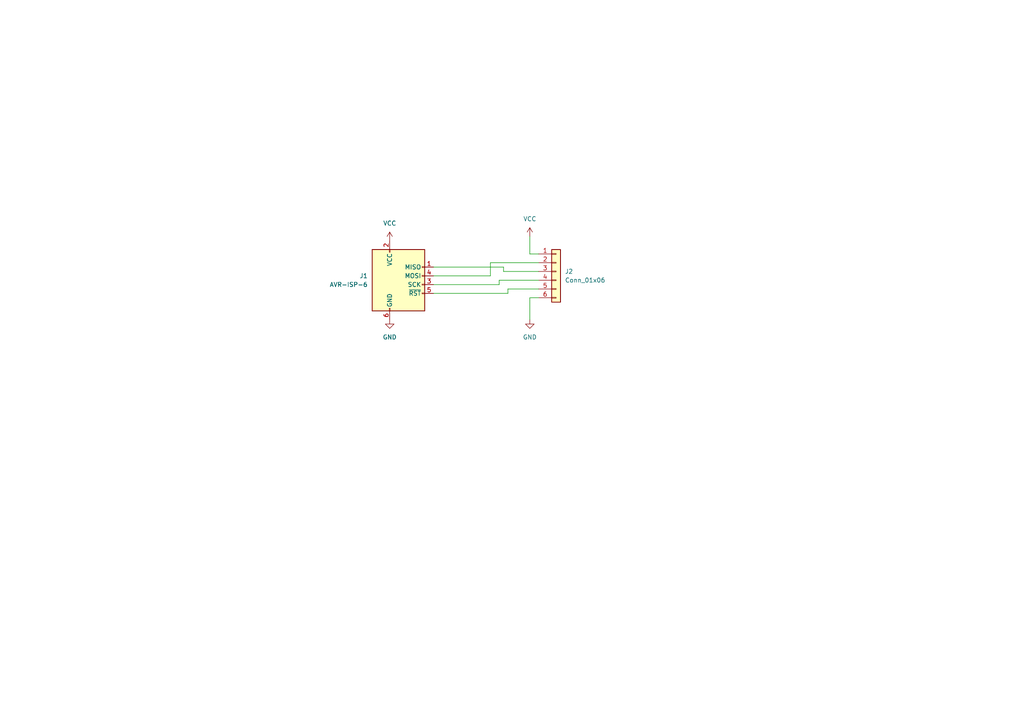
<source format=kicad_sch>
(kicad_sch (version 20211123) (generator eeschema)
  (paper "A4")
  (lib_symbols
    (symbol "Connector:AVR-ISP-6" (pin_names (offset 1.016))
      (property "Reference" "J" (at -6.35 11.43 0))
      (property "Value" "AVR-ISP-6" (at 0 11.43 0))
      (symbol "AVR-ISP-6_0_1"
        (rectangle (start -2.667 -6.858) (end -2.413 -7.62))
        (rectangle (start -2.667 10.16) (end -2.413 9.398))
        (rectangle (start 7.62 -2.413) (end 6.858 -2.667))
        (rectangle (start 7.62 0.127) (end 6.858 -0.127))
        (rectangle (start 7.62 2.667) (end 6.858 2.413))
        (rectangle (start 7.62 5.207) (end 6.858 4.953))
        (rectangle (start 7.62 10.16) (end -7.62 -7.62) (stroke (width 0.254)) (fill (type background)))
      )
      (symbol "AVR-ISP-6_1_1"
        (pin passive line (at 10.16 5.08 180) (length 2.54) (name "MISO") (number "1"))
        (pin passive line (at -2.54 12.7 270) (length 2.54) (name "VCC") (number "2"))
        (pin passive line (at 10.16 0 180) (length 2.54) (name "SCK") (number "3"))
        (pin passive line (at 10.16 2.54 180) (length 2.54) (name "MOSI") (number "4"))
        (pin passive line (at 10.16 -2.54 180) (length 2.54) (name "~{RST}") (number "5"))
        (pin passive line (at -2.54 -10.16 90) (length 2.54) (name "GND") (number "6"))
      )
    )
    (symbol "Connector_Generic:Conn_01x06" (pin_names (offset 1.016) hide)
      (property "Reference" "J" (at 0 7.62 0))
      (property "Value" "Conn_01x06" (at 0 -10.16 0))
      (symbol "Conn_01x06_1_1"
        (rectangle (start -1.27 -7.493) (end 0 -7.747) (stroke (width 0.1524)))
        (rectangle (start -1.27 -4.953) (end 0 -5.207) (stroke (width 0.1524)))
        (rectangle (start -1.27 -2.413) (end 0 -2.667) (stroke (width 0.1524)))
        (rectangle (start -1.27 0.127) (end 0 -0.127) (stroke (width 0.1524)))
        (rectangle (start -1.27 2.667) (end 0 2.413) (stroke (width 0.1524)))
        (rectangle (start -1.27 5.207) (end 0 4.953) (stroke (width 0.1524)))
        (rectangle (start -1.27 6.35) (end 1.27 -8.89) (stroke (width 0.254)) (fill (type background)))
        (pin passive line (at -5.08 5.08 0) (length 3.81) (name "Pin_1") (number "1"))
        (pin passive line (at -5.08 2.54 0) (length 3.81) (name "Pin_2") (number "2"))
        (pin passive line (at -5.08 0 0) (length 3.81) (name "Pin_3") (number "3"))
        (pin passive line (at -5.08 -2.54 0) (length 3.81) (name "Pin_4") (number "4"))
        (pin passive line (at -5.08 -5.08 0) (length 3.81) (name "Pin_5") (number "5"))
        (pin passive line (at -5.08 -7.62 0) (length 3.81) (name "Pin_6") (number "6"))
      )
    )
    (symbol "power:GND" (power) (pin_names (offset 0))
      (property "Value" "GND" (at 0 -3.81 0))
      (symbol "GND_0_1"
        (polyline (pts (xy 0 0) (xy 0 -1.27) (xy 1.27 -1.27) (xy 0 -2.54) (xy -1.27 -1.27) (xy 0 -1.27)))
      )
      (symbol "GND_1_1"
        (pin power_in line (at 0 0 270) (length 0) hide (name "GND") (number "1"))
      )
    )
    (symbol "power:VCC" (power) (pin_names (offset 0))
      (property "Value" "VCC" (at 0 3.81 0))
      (symbol "VCC_0_1"
        (polyline (pts (xy -0.762 1.27) (xy 0 2.54)))
        (polyline (pts (xy 0 0) (xy 0 2.54)))
        (polyline (pts (xy 0 2.54) (xy 0.762 1.27)))
      )
      (symbol "VCC_1_1"
        (pin power_in line (at 0 0 90) (length 0) hide (name "VCC") (number "1"))
      )
    )
  )
  (wire (pts (xy 156.21 73.66) (xy 153.67 73.66)))
  (wire (pts (xy 156.21 86.36) (xy 153.67 86.36)))
  (wire (pts (xy 153.67 86.36) (xy 153.67 92.71)))
  (wire (pts (xy 142.24 80.01) (xy 142.24 76.2)))
  (wire (pts (xy 125.73 80.01) (xy 142.24 80.01)))
  (wire (pts (xy 125.73 82.55) (xy 144.78 82.55)))
  (wire (pts (xy 147.32 85.09) (xy 147.32 83.82)))
  (wire (pts (xy 125.73 77.47) (xy 146.05 77.47)))
  (wire (pts (xy 153.67 73.66) (xy 153.67 68.58)))
  (wire (pts (xy 156.21 81.28) (xy 144.78 81.28)))
  (wire (pts (xy 146.05 78.74) (xy 156.21 78.74)))
  (wire (pts (xy 147.32 83.82) (xy 156.21 83.82)))
  (wire (pts (xy 142.24 76.2) (xy 156.21 76.2)))
  (wire (pts (xy 146.05 77.47) (xy 146.05 78.74)))
  (wire (pts (xy 144.78 81.28) (xy 144.78 82.55)))
  (wire (pts (xy 125.73 85.09) (xy 147.32 85.09)))
  (symbol (lib_id "power:GND") (at 113.03 92.71 0) (unit 1)
    (property "Reference" "#PWR02" (effects hide))
    (property "Value" "GND" (at 113.03 97.79 0))
  )
  (symbol (lib_id "power:VCC") (at 113.03 69.85 0) (unit 1)
    (property "Reference" "#PWR01" (effects hide))
    (property "Value" "VCC" (at 113.03 64.77 0))
  )
  (symbol (lib_id "Connector:AVR-ISP-6") (at 115.57 82.55 0) (unit 1)
    (property "Reference" "J1" (at 106.68 80.0099 0) (effects (justify right)))
    (property "Value" "AVR-ISP-6" (at 106.68 82.5499 0) (effects (justify right)))
    (property "Footprint" "Connector_PinHeader_2.54mm:PinHeader_2x03_P2.54mm_Vertical" (effects hide))
    (property "Datasheet" " ~" (effects hide))
  )
  (symbol (lib_id "power:VCC") (at 153.67 68.58 0) (unit 1)
    (property "Reference" "#PWR03" (effects hide))
    (property "Value" "VCC" (at 153.67 63.5 0))
  )
  (symbol (lib_id "power:GND") (at 153.67 92.71 0) (unit 1)
    (property "Reference" "#PWR04" (effects hide))
    (property "Value" "GND" (at 153.67 97.79 0))
  )
  (symbol (lib_id "Connector_Generic:Conn_01x06") (at 161.29 78.74 0) (unit 1)
    (property "Reference" "J2" (at 163.83 78.7399 0) (effects (justify left)))
    (property "Value" "Conn_01x06" (at 163.83 81.2799 0) (effects (justify left)))
    (property "Footprint" "Connector_PinHeader_2.54mm:PinHeader_1x06_P2.54mm_Vertical" (effects hide))
  )
)
</source>
